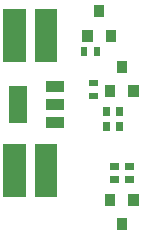
<source format=gbr>
G04 start of page 10 for group -4015 idx -4015 *
G04 Title: (unknown), toppaste *
G04 Creator: pcb 20110918 *
G04 CreationDate: Wed Sep 11 23:18:10 2013 UTC *
G04 For: mokus *
G04 Format: Gerber/RS-274X *
G04 PCB-Dimensions: 60000 100000 *
G04 PCB-Coordinate-Origin: lower left *
%MOIN*%
%FSLAX25Y25*%
%LNTOPPASTE*%
%ADD60R,0.0340X0.0340*%
%ADD59R,0.0216X0.0216*%
%ADD58R,0.0750X0.0750*%
%ADD57R,0.0610X0.0610*%
%ADD56R,0.0370X0.0370*%
G54D56*X19000Y48900D02*X21400D01*
X19000Y55000D02*X21400D01*
X19000Y61100D02*X21400D01*
G54D57*X8000Y58000D02*Y52000D01*
G54D58*X17200Y83200D02*Y72800D01*
X6800Y83200D02*Y72800D01*
X17200Y38200D02*Y27800D01*
X6800Y38200D02*Y27800D01*
G54D59*X32607Y57835D02*X33393D01*
X32607Y62165D02*X33393D01*
X34330Y72893D02*Y72107D01*
X30000Y72893D02*Y72107D01*
G54D60*X31100Y78100D02*Y77500D01*
X38900Y78100D02*Y77500D01*
X35000Y86300D02*Y85700D01*
X38600Y59600D02*Y59000D01*
X46400Y59600D02*Y59000D01*
X42500Y67800D02*Y67200D01*
G54D59*X41830Y47893D02*Y47107D01*
X37500Y47893D02*Y47107D01*
X41830Y52893D02*Y52107D01*
X37500Y52893D02*Y52107D01*
G54D60*X46400Y23500D02*Y22900D01*
X38600Y23500D02*Y22900D01*
X42500Y15300D02*Y14700D01*
G54D59*X39607Y34330D02*X40393D01*
X39607Y30000D02*X40393D01*
X44607Y34330D02*X45393D01*
X44607Y30000D02*X45393D01*
M02*

</source>
